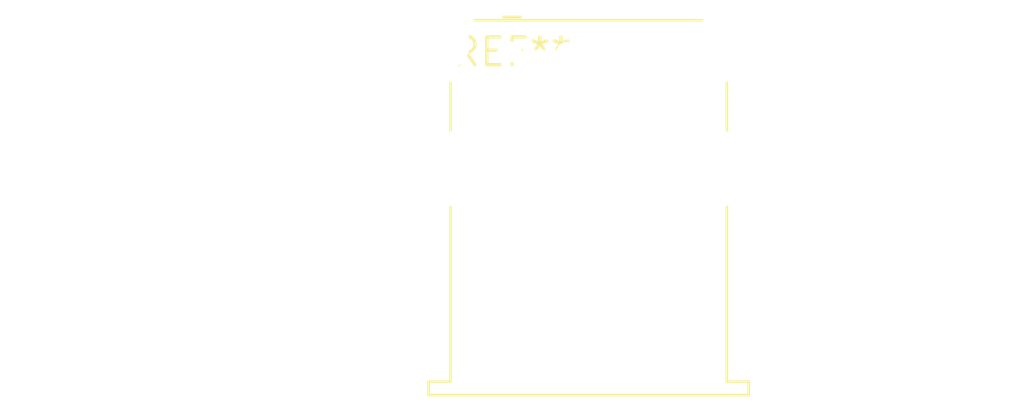
<source format=kicad_pcb>
(kicad_pcb (version 20240108) (generator pcbnew)
  (layers (0 "F.Cu" signal) (31 "B.Cu" signal) (34 "B.Paste" user) (35 "F.Paste" user) (36 "B.SilkS" user "B.Silkscreen") (37 "F.SilkS" user "F.Silkscreen") (38 "B.Mask" user) (39 "F.Mask" user) (44 "Edge.Cuts" user))
  (net 0 "")
  (footprint "USB_A_Wuerth_61400826021_Horizontal_Stacked" (layer "F.Cu") (at 0 0)
    (property "Reference" "REF**")
    (property "Value" "USB_A_Wuerth_61400826021_Horizontal_Stacked")
    (fp_line (start -3.81 15.05) (end -2.81 15.05) (layer "F.SilkS") (stroke (width 0.12)))
    (fp_line (start -3.81 15.67) (end -3.81 15.05) (layer "F.SilkS") (stroke (width 0.12)))
    (fp_line (start -2.81 3.58) (end -2.81 1.4) (layer "F.SilkS") (stroke (width 0.12)))
    (fp_line (start -2.81 15.05) (end -2.81 7.08) (layer "F.SilkS") (stroke (width 0.12)))
    (fp_line (start -1.69 -1.45) (end 8.69 -1.45) (layer "F.SilkS") (stroke (width 0.12)))
    (fp_line (start 0.4 -1.6) (end -0.4 -1.6) (layer "F.SilkS") (stroke (width 0.12)))
    (fp_line (start 9.81 3.58) (end 9.81 1.4) (layer "F.SilkS") (stroke (width 0.12)))
    (fp_line (start 9.81 7.08) (end 9.81 15.05) (layer "F.SilkS") (stroke (width 0.12)))
    (fp_line (start 9.81 15.05) (end 10.81 15.05) (layer "F.SilkS") (stroke (width 0.12)))
    (fp_line (start 10.81 15.05) (end 10.81 15.67) (layer "F.SilkS") (stroke (width 0.12)))
    (fp_line (start 10.81 15.67) (end -3.81 15.67) (layer "F.SilkS") (stroke (width 0.12)))
    (pad "1" thru_hole rect (at 0 0) (size 1.5 1.5) (drill 0.92) (layers *.Cu *.Mask) (remove_unused_layers))
    (pad "2" thru_hole circle (at 2.5 0) (size 1.5 1.5) (drill 0.92) (layers *.Cu *.Mask) (remove_unused_layers))
    (pad "3" thru_hole circle (at 4.5 0) (size 1.5 1.5) (drill 0.92) (layers *.Cu *.Mask) (remove_unused_layers))
    (pad "4" thru_hole circle (at 7 0) (size 1.5 1.5) (drill 0.92) (layers *.Cu *.Mask) (remove_unused_layers))
    (pad "5" thru_hole circle (at 0 2.62) (size 1.5 1.5) (drill 0.92) (layers *.Cu *.Mask) (remove_unused_layers))
    (pad "6" thru_hole circle (at 2.5 2.62) (size 1.5 1.5) (drill 0.92) (layers *.Cu *.Mask) (remove_unused_layers))
    (pad "7" thru_hole circle (at 4.5 2.62) (size 1.5 1.5) (drill 0.92) (layers *.Cu *.Mask) (remove_unused_layers))
    (pad "8" thru_hole circle (at 7 2.62) (size 1.5 1.5) (drill 0.92) (layers *.Cu *.Mask) (remove_unused_layers))
    (pad "9" thru_hole circle (at -3.07 -0.35) (size 3 3) (drill 2.3) (layers *.Cu *.Mask) (remove_unused_layers))
    (pad "9" thru_hole circle (at -3.07 5.33) (size 3 3) (drill 2.3) (layers *.Cu *.Mask) (remove_unused_layers))
    (pad "9" thru_hole circle (at 10.07 -0.35) (size 3 3) (drill 2.3) (layers *.Cu *.Mask) (remove_unused_layers))
    (pad "9" thru_hole circle (at 10.07 5.33) (size 3 3) (drill 2.3) (layers *.Cu *.Mask) (remove_unused_layers))
  )
)
</source>
